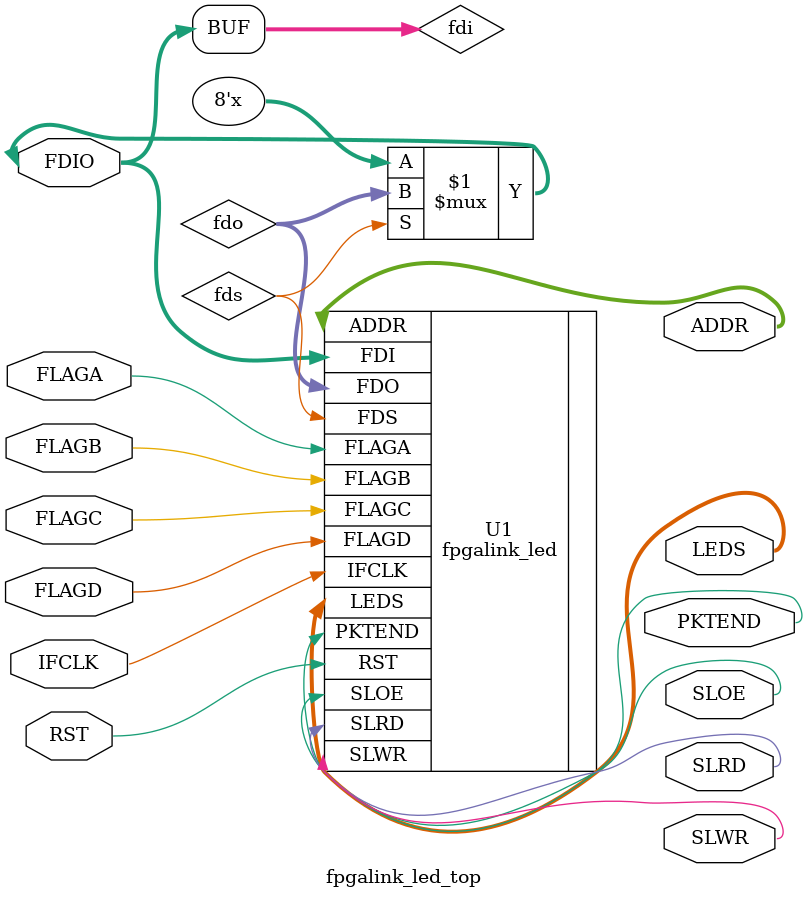
<source format=v>


/**
 * small wrapper for the MyHDL module
 */

module fpgalink_led_top
(
 input  wire  IFCLK,
 input  wire  RST,
 output wire  SLWR,
 output wire  SLRD,
 output wire  SLOE,
 inout  wire [7:0] FDIO,
 output wire [1:0] ADDR,
 input  wire FLAGA,
 input  wire FLAGB,
 input  wire FLAGC,
 input  wire FLAGD,
 output wire PKTEND,
 output wire [7:0] LEDS
);

   wire [7:0] fdi, fdo;
   wire       fds;
   assign fdi = FDIO;
   assign FDIO = (fds) ? fdo : 8'bz;

   fpgalink_led 
     U1
       (
	.IFCLK(IFCLK),
	.RST(RST),
	.SLWR(SLWR),
	.SLRD(SLRD),
	.SLOE(SLOE),
	.FDI(fdi),
	.FDO(fdo),
	.FDS(fds),
	.ADDR(ADDR),
	.FLAGA(FLAGA),
	.FLAGB(FLAGB),
	.FLAGC(FLAGC),
	.FLAGD(FLAGD),
	.PKTEND(PKTEND),
	.LEDS(LEDS) );  		   

endmodule
   
</source>
